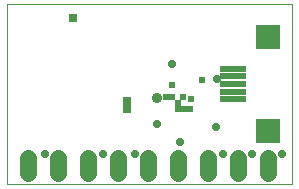
<source format=gbs>
G75*
%MOIN*%
%OFA0B0*%
%FSLAX25Y25*%
%IPPOS*%
%LPD*%
%AMOC8*
5,1,8,0,0,1.08239X$1,22.5*
%
%ADD10C,0.00000*%
%ADD11R,0.08674X0.02375*%
%ADD12R,0.08280X0.07887*%
%ADD13C,0.05600*%
%ADD14C,0.03600*%
%ADD15C,0.02800*%
%ADD16C,0.02400*%
%ADD17R,0.02800X0.02800*%
D10*
X0001351Y0007367D02*
X0096351Y0007367D01*
X0096351Y0067367D01*
X0001351Y0067367D01*
X0001351Y0007367D01*
D11*
X0076561Y0035771D03*
X0076561Y0038330D03*
X0076561Y0040889D03*
X0076561Y0043448D03*
X0076561Y0046007D03*
D12*
X0088175Y0056637D03*
X0088175Y0025141D03*
D13*
X0088251Y0016067D02*
X0088251Y0011267D01*
X0078251Y0011267D02*
X0078251Y0016067D01*
X0068251Y0016067D02*
X0068251Y0011267D01*
X0058251Y0011267D02*
X0058251Y0016067D01*
X0048251Y0016067D02*
X0048251Y0011267D01*
X0038251Y0011267D02*
X0038251Y0016067D01*
X0028251Y0016067D02*
X0028251Y0011267D01*
X0018251Y0011267D02*
X0018251Y0016067D01*
X0008251Y0016067D02*
X0008251Y0011267D01*
D14*
X0051357Y0036322D03*
D15*
X0051351Y0027367D03*
X0058851Y0021367D03*
X0070851Y0026367D03*
X0073351Y0017367D03*
X0082851Y0017367D03*
X0092851Y0017367D03*
X0071251Y0042567D03*
X0056351Y0047367D03*
X0043851Y0017367D03*
X0033351Y0017367D03*
X0013851Y0017367D03*
D16*
X0054451Y0036367D03*
X0056451Y0036367D03*
X0058401Y0034417D03*
X0058401Y0032467D03*
X0060351Y0032417D03*
X0062351Y0032467D03*
X0062695Y0035724D03*
X0060130Y0036368D03*
X0056401Y0040367D03*
X0066301Y0042317D03*
D17*
X0041401Y0035117D03*
X0041401Y0032417D03*
X0023151Y0062767D03*
M02*

</source>
